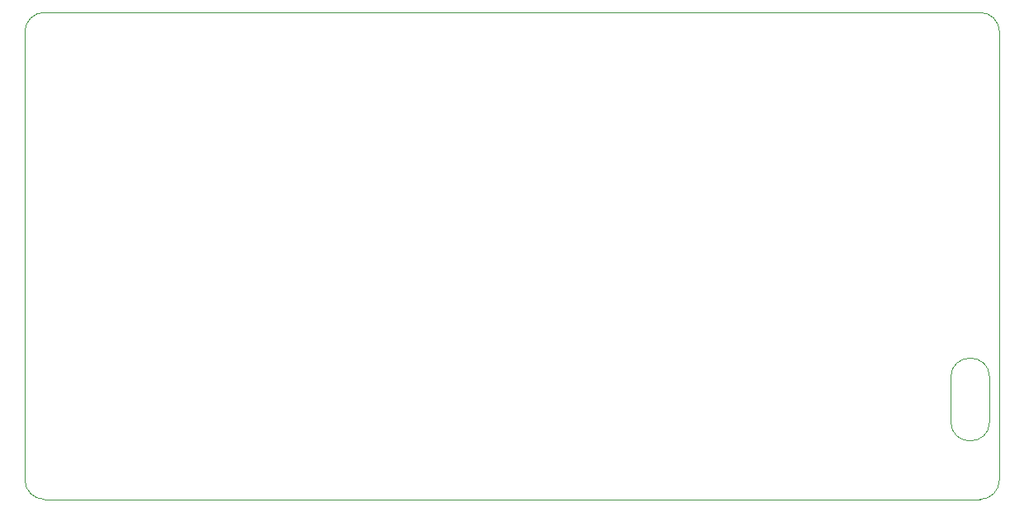
<source format=gbr>
%TF.GenerationSoftware,KiCad,Pcbnew,(5.99.0-2671-gfc0a358ba)*%
%TF.CreationDate,2020-08-29T23:40:29+05:30*%
%TF.ProjectId,Power_Supply,506f7765-725f-4537-9570-706c792e6b69,rev?*%
%TF.SameCoordinates,Original*%
%TF.FileFunction,Profile,NP*%
%FSLAX46Y46*%
G04 Gerber Fmt 4.6, Leading zero omitted, Abs format (unit mm)*
G04 Created by KiCad (PCBNEW (5.99.0-2671-gfc0a358ba)) date 2020-08-29 23:40:29*
%MOMM*%
%LPD*%
G01*
G04 APERTURE LIST*
%TA.AperFunction,Profile*%
%ADD10C,0.100000*%
%TD*%
G04 APERTURE END LIST*
D10*
X111000000Y-54000000D02*
X111000000Y-49500000D01*
X111000000Y-54000000D02*
G75*
G02*
X107000000Y-54000000I-2000000J0D01*
G01*
X112000000Y-14000000D02*
X112000000Y-60000000D01*
X12000000Y-60000000D02*
X12000000Y-14000000D01*
X12000000Y-14000000D02*
G75*
G02*
X14000000Y-12000000I2000000J0D01*
G01*
X107000000Y-49500000D02*
G75*
G02*
X111000000Y-49500000I2000000J0D01*
G01*
X110000000Y-12000000D02*
G75*
G02*
X112000000Y-14000000I0J-2000000D01*
G01*
X14000000Y-12000000D02*
X110000000Y-12000000D01*
X107000000Y-49500000D02*
X107000000Y-54000000D01*
X14000000Y-62000000D02*
G75*
G02*
X12000000Y-60000000I0J2000000D01*
G01*
X110000000Y-62000000D02*
X14000000Y-62000000D01*
X112000000Y-60000000D02*
G75*
G02*
X110000000Y-62000000I-2000000J0D01*
G01*
M02*

</source>
